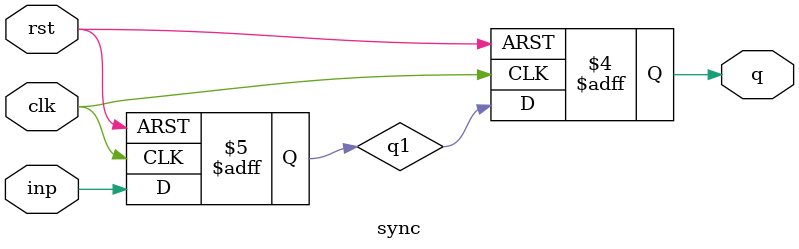
<source format=v>

module sync (inp, clk, rst, q);
   input inp, clk, rst;
   output reg q;

   reg 	  q1;
   
   always @(posedge rst or posedge clk)
     begin
	if (rst == 1) begin
	   q1 <= 0;
	   q <= 0;
	end
	else if (clk == 1) begin
	   q1 <= inp;
	   q <= q1;
	end
     end 
endmodule

	  

</source>
